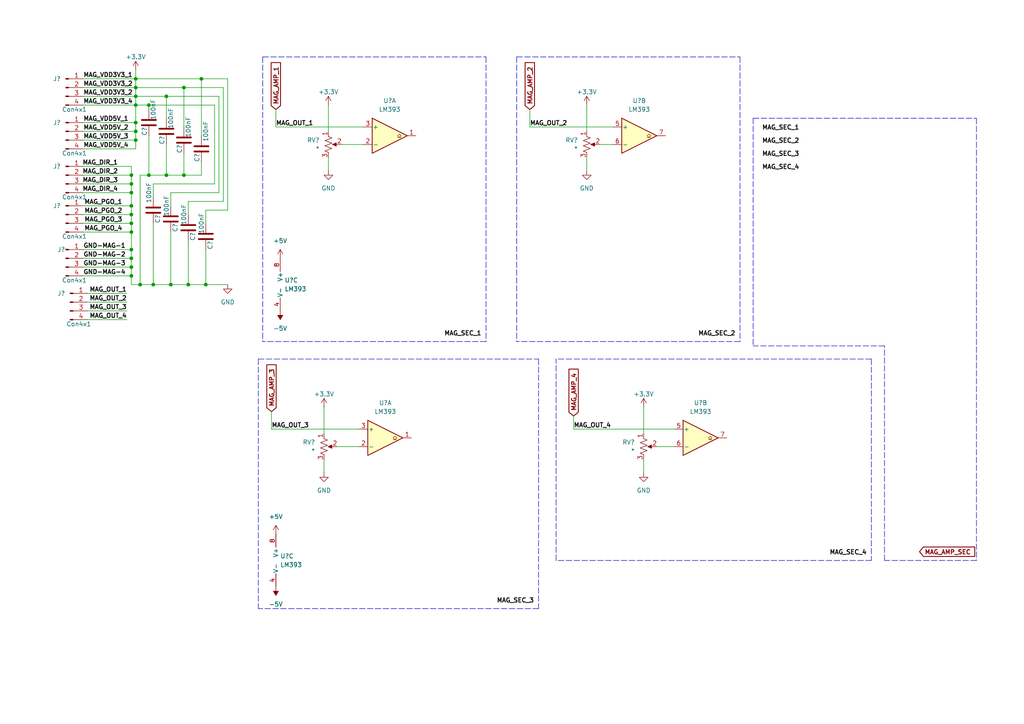
<source format=kicad_sch>
(kicad_sch (version 20211123) (generator eeschema)
  (paper "A4")
  (title_block (title "BUMBLEBEE") (date "2024-01-15") (rev "1.00") (company "ExoFlex") (comment 1 "Bumblebee"))
  (lib_symbols
    (symbol "Comparator:LM393" (pin_names (offset 0.127))
      (property "Reference" "U" (at 3.81 3.81 0))
      (property "Value" "LM393" (at 6.35 -3.81 0))
      (symbol "LM393_1_1"
        (polyline (pts (xy -5.08 5.08) (xy 5.08 0) (xy -5.08 -5.08) (xy -5.08 5.08)) (stroke (width 0.254)) (fill (type background)))
        (polyline (pts (xy 3.302 -0.508) (xy 2.794 -0.508) (xy 3.302 0) (xy 2.794 0.508) (xy 2.286 0) (xy 2.794 -0.508) (xy 2.286 -0.508)) (stroke (width 0.127)))
        (pin open_collector line (at 7.62 0 180) (length 2.54) (name "~") (number "1"))
        (pin input line (at -7.62 -2.54 0) (length 2.54) (name "-") (number "2"))
        (pin input line (at -7.62 2.54 0) (length 2.54) (name "+") (number "3"))
      )
      (symbol "LM393_2_1"
        (polyline (pts (xy -5.08 5.08) (xy 5.08 0) (xy -5.08 -5.08) (xy -5.08 5.08)) (stroke (width 0.254)) (fill (type background)))
        (polyline (pts (xy 3.302 -0.508) (xy 2.794 -0.508) (xy 3.302 0) (xy 2.794 0.508) (xy 2.286 0) (xy 2.794 -0.508) (xy 2.286 -0.508)) (stroke (width 0.127)))
        (pin input line (at -7.62 2.54 0) (length 2.54) (name "+") (number "5"))
        (pin input line (at -7.62 -2.54 0) (length 2.54) (name "-") (number "6"))
        (pin open_collector line (at 7.62 0 180) (length 2.54) (name "~") (number "7"))
      )
      (symbol "LM393_3_1"
        (pin power_in line (at -2.54 -7.62 90) (length 3.81) (name "V-") (number "4"))
        (pin power_in line (at -2.54 7.62 270) (length 3.81) (name "V+") (number "8"))
      )
    )
    (symbol "Connector:Conn_01x04_Male" (pin_names (offset 1.016) hide)
      (property "Reference" "J" (at 0 5.08 0))
      (property "Value" "Conn_01x04_Male" (at 0 -7.62 0))
      (symbol "Conn_01x04_Male_1_1"
        (polyline (pts (xy 1.27 -5.08) (xy 0.8636 -5.08)) (stroke (width 0.1524)))
        (polyline (pts (xy 1.27 -2.54) (xy 0.8636 -2.54)) (stroke (width 0.1524)))
        (polyline (pts (xy 1.27 0) (xy 0.8636 0)) (stroke (width 0.1524)))
        (polyline (pts (xy 1.27 2.54) (xy 0.8636 2.54)) (stroke (width 0.1524)))
        (rectangle (start 0.8636 -4.953) (end 0 -5.207) (stroke (width 0.1524)) (fill (type outline)))
        (rectangle (start 0.8636 -2.413) (end 0 -2.667) (stroke (width 0.1524)) (fill (type outline)))
        (rectangle (start 0.8636 0.127) (end 0 -0.127) (stroke (width 0.1524)) (fill (type outline)))
        (rectangle (start 0.8636 2.667) (end 0 2.413) (stroke (width 0.1524)) (fill (type outline)))
        (pin passive line (at 5.08 2.54 180) (length 3.81) (name "Pin_1") (number "1"))
        (pin passive line (at 5.08 0 180) (length 3.81) (name "Pin_2") (number "2"))
        (pin passive line (at 5.08 -2.54 180) (length 3.81) (name "Pin_3") (number "3"))
        (pin passive line (at 5.08 -5.08 180) (length 3.81) (name "Pin_4") (number "4"))
      )
    )
    (symbol "Device:C" (pin_numbers hide) (pin_names (offset 0.254))
      (property "Reference" "C" (at 0.635 2.54 0))
      (property "Value" "C" (at 0.635 -2.54 0))
      (symbol "C_0_1"
        (polyline (pts (xy -2.032 -0.762) (xy 2.032 -0.762)) (stroke (width 0.508)))
        (polyline (pts (xy -2.032 0.762) (xy 2.032 0.762)) (stroke (width 0.508)))
      )
      (symbol "C_1_1"
        (pin passive line (at 0 3.81 270) (length 2.794) (name "~") (number "1"))
        (pin passive line (at 0 -3.81 90) (length 2.794) (name "~") (number "2"))
      )
    )
    (symbol "Device:R_Potentiometer_US" (pin_names (offset 1.016) hide)
      (property "Reference" "RV" (at -4.445 0 90))
      (property "Value" "R_Potentiometer_US" (at -2.54 0 90))
      (symbol "R_Potentiometer_US_0_1"
        (polyline (pts (xy 0 -2.286) (xy 0 -2.54)))
        (polyline (pts (xy 0 2.54) (xy 0 2.286)))
        (polyline (pts (xy 2.54 0) (xy 1.524 0)))
        (polyline (pts (xy 1.143 0) (xy 2.286 0.508) (xy 2.286 -0.508) (xy 1.143 0)) (fill (type outline)))
        (polyline (pts (xy 0 -0.762) (xy 1.016 -1.143) (xy 0 -1.524) (xy -1.016 -1.905) (xy 0 -2.286)))
        (polyline (pts (xy 0 0.762) (xy 1.016 0.381) (xy 0 0) (xy -1.016 -0.381) (xy 0 -0.762)))
        (polyline (pts (xy 0 2.286) (xy 1.016 1.905) (xy 0 1.524) (xy -1.016 1.143) (xy 0 0.762)))
      )
      (symbol "R_Potentiometer_US_1_1"
        (pin passive line (at 0 3.81 270) (length 1.27) (name "1") (number "1"))
        (pin passive line (at 3.81 0 180) (length 1.27) (name "2") (number "2"))
        (pin passive line (at 0 -3.81 90) (length 1.27) (name "3") (number "3"))
      )
    )
    (symbol "power:+3.3V" (power) (pin_names (offset 0))
      (property "Value" "+3.3V" (at 0 3.556 0))
      (symbol "+3.3V_0_1"
        (polyline (pts (xy -0.762 1.27) (xy 0 2.54)))
        (polyline (pts (xy 0 0) (xy 0 2.54)))
        (polyline (pts (xy 0 2.54) (xy 0.762 1.27)))
      )
      (symbol "+3.3V_1_1"
        (pin power_in line (at 0 0 90) (length 0) hide (name "+3.3V") (number "1"))
      )
    )
    (symbol "power:+5V" (power) (pin_names (offset 0))
      (property "Value" "+5V" (at 0 3.556 0))
      (symbol "+5V_0_1"
        (polyline (pts (xy -0.762 1.27) (xy 0 2.54)))
        (polyline (pts (xy 0 0) (xy 0 2.54)))
        (polyline (pts (xy 0 2.54) (xy 0.762 1.27)))
      )
      (symbol "+5V_1_1"
        (pin power_in line (at 0 0 90) (length 0) hide (name "+5V") (number "1"))
      )
    )
    (symbol "power:-5V" (power) (pin_names (offset 0))
      (property "Value" "-5V" (at 0 3.81 0))
      (symbol "-5V_0_0"
        (pin power_in line (at 0 0 90) (length 0) hide (name "-5V") (number "1"))
      )
      (symbol "-5V_0_1"
        (polyline (pts (xy 0 0) (xy 0 1.27) (xy 0.762 1.27) (xy 0 2.54) (xy -0.762 1.27) (xy 0 1.27)) (fill (type outline)))
      )
    )
    (symbol "power:GND" (power) (pin_names (offset 0))
      (property "Value" "GND" (at 0 -3.81 0))
      (symbol "GND_0_1"
        (polyline (pts (xy 0 0) (xy 0 -1.27) (xy 1.27 -1.27) (xy 0 -2.54) (xy -1.27 -1.27) (xy 0 -1.27)))
      )
      (symbol "GND_1_1"
        (pin power_in line (at 0 0 270) (length 0) hide (name "GND") (number "1"))
      )
    )
  )
  (junction (at 38.1 74.93))
  (junction (at 53.34 50.8))
  (junction (at 38.1 59.69))
  (junction (at 38.1 50.8))
  (junction (at 54.61 82.55))
  (junction (at 39.37 27.94))
  (junction (at 43.18 50.8))
  (junction (at 38.1 77.47))
  (junction (at 38.1 53.34))
  (junction (at 44.45 82.55))
  (junction (at 39.37 38.1))
  (junction (at 39.37 22.86))
  (junction (at 38.1 62.23))
  (junction (at 38.1 80.01))
  (junction (at 39.37 25.4))
  (junction (at 48.26 50.8))
  (junction (at 38.1 64.77))
  (junction (at 48.26 27.94))
  (junction (at 43.18 30.48))
  (junction (at 38.1 55.88))
  (junction (at 39.37 35.56))
  (junction (at 39.37 30.48))
  (junction (at 38.1 72.39))
  (junction (at 58.42 22.86))
  (junction (at 53.34 25.4))
  (junction (at 59.69 82.55))
  (junction (at 39.37 40.64))
  (junction (at 38.1 67.31))
  (junction (at 40.64 82.55))
  (junction (at 49.53 82.55))
  (wire (pts (xy 44.45 82.55) (xy 49.53 82.55)))
  (wire (pts (xy 39.37 25.4) (xy 39.37 27.94)))
  (wire (pts (xy 39.37 22.86) (xy 58.42 22.86)))
  (wire (pts (xy 39.37 35.56) (xy 39.37 38.1)))
  (wire (pts (xy 53.34 25.4) (xy 64.77 25.4)))
  (wire (pts (xy 43.18 39.37) (xy 43.18 50.8)))
  (wire (pts (xy 38.1 80.01) (xy 38.1 82.55)))
  (wire (pts (xy 78.74 124.46) (xy 104.14 124.46)))
  (polyline (pts (xy 161.29 162.56) (xy 161.29 104.14)))
  (wire (pts (xy 170.18 30.48) (xy 170.18 38.1)))
  (polyline (pts (xy 74.93 104.14) (xy 156.21 104.14)))
  (wire (pts (xy 40.64 50.8) (xy 40.64 82.55)))
  (wire (pts (xy 53.34 25.4) (xy 53.34 36.83)))
  (wire (pts (xy 166.37 120.65) (xy 166.37 124.46)))
  (wire (pts (xy 24.13 67.31) (xy 38.1 67.31)))
  (wire (pts (xy 78.74 119.38) (xy 78.74 124.46)))
  (wire (pts (xy 104.14 129.54) (xy 97.79 129.54)))
  (polyline (pts (xy 214.63 16.51) (xy 214.63 99.06)))
  (wire (pts (xy 186.69 118.11) (xy 186.69 125.73)))
  (wire (pts (xy 39.37 38.1) (xy 39.37 40.64)))
  (wire (pts (xy 80.01 36.83) (xy 80.01 31.75)))
  (polyline (pts (xy 218.44 34.29) (xy 218.44 100.33)))
  (wire (pts (xy 58.42 50.8) (xy 53.34 50.8)))
  (polyline (pts (xy 214.63 99.06) (xy 149.86 99.06)))
  (wire (pts (xy 48.26 27.94) (xy 63.5 27.94)))
  (polyline (pts (xy 140.97 16.51) (xy 140.97 99.06)))
  (wire (pts (xy 63.5 27.94) (xy 63.5 55.88)))
  (polyline (pts (xy 156.21 104.14) (xy 156.21 176.53)))
  (wire (pts (xy 186.69 133.35) (xy 186.69 137.16)))
  (wire (pts (xy 25.4 90.17) (xy 36.83 90.17)))
  (wire (pts (xy 95.25 45.72) (xy 95.25 49.53)))
  (wire (pts (xy 59.69 82.55) (xy 66.04 82.55)))
  (wire (pts (xy 99.06 41.91) (xy 105.41 41.91)))
  (wire (pts (xy 66.04 60.96) (xy 66.04 22.86)))
  (wire (pts (xy 59.69 72.39) (xy 59.69 82.55)))
  (wire (pts (xy 24.13 48.26) (xy 38.1 48.26)))
  (wire (pts (xy 39.37 27.94) (xy 48.26 27.94)))
  (wire (pts (xy 53.34 44.45) (xy 53.34 50.8)))
  (wire (pts (xy 59.69 60.96) (xy 66.04 60.96)))
  (wire (pts (xy 93.98 133.35) (xy 93.98 137.16)))
  (polyline (pts (xy 256.54 100.33) (xy 218.44 100.33)))
  (wire (pts (xy 53.34 50.8) (xy 48.26 50.8)))
  (wire (pts (xy 58.42 22.86) (xy 58.42 39.37)))
  (wire (pts (xy 62.23 30.48) (xy 62.23 53.34)))
  (wire (pts (xy 24.13 50.8) (xy 38.1 50.8)))
  (polyline (pts (xy 256.54 162.56) (xy 256.54 100.33)))
  (wire (pts (xy 44.45 64.77) (xy 44.45 82.55)))
  (wire (pts (xy 170.18 45.72) (xy 170.18 49.53)))
  (wire (pts (xy 43.18 30.48) (xy 62.23 30.48)))
  (wire (pts (xy 64.77 25.4) (xy 64.77 58.42)))
  (wire (pts (xy 54.61 58.42) (xy 54.61 62.23)))
  (wire (pts (xy 25.4 92.71) (xy 36.83 92.71)))
  (polyline (pts (xy 156.21 176.53) (xy 74.93 176.53)))
  (wire (pts (xy 177.8 41.91) (xy 173.99 41.91)))
  (wire (pts (xy 49.53 55.88) (xy 49.53 59.69)))
  (wire (pts (xy 49.53 82.55) (xy 54.61 82.55)))
  (polyline (pts (xy 218.44 34.29) (xy 283.21 34.29)))
  (polyline (pts (xy 140.97 99.06) (xy 76.2 99.06)))
  (wire (pts (xy 62.23 53.34) (xy 44.45 53.34)))
  (wire (pts (xy 38.1 48.26) (xy 38.1 50.8)))
  (wire (pts (xy 40.64 82.55) (xy 44.45 82.55)))
  (wire (pts (xy 24.13 53.34) (xy 38.1 53.34)))
  (polyline (pts (xy 252.73 162.56) (xy 161.29 162.56)))
  (wire (pts (xy 43.18 30.48) (xy 43.18 31.75)))
  (wire (pts (xy 38.1 59.69) (xy 38.1 62.23)))
  (polyline (pts (xy 252.73 104.14) (xy 161.29 104.14)))
  (wire (pts (xy 38.1 50.8) (xy 38.1 53.34)))
  (wire (pts (xy 38.1 55.88) (xy 38.1 59.69)))
  (wire (pts (xy 54.61 82.55) (xy 59.69 82.55)))
  (wire (pts (xy 24.13 25.4) (xy 39.37 25.4)))
  (wire (pts (xy 39.37 30.48) (xy 39.37 35.56)))
  (polyline (pts (xy 76.2 16.51) (xy 76.2 99.06)))
  (wire (pts (xy 24.13 35.56) (xy 39.37 35.56)))
  (polyline (pts (xy 283.21 34.29) (xy 283.21 162.56)))
  (wire (pts (xy 24.13 43.18) (xy 39.37 43.18)))
  (wire (pts (xy 39.37 25.4) (xy 53.34 25.4)))
  (wire (pts (xy 63.5 55.88) (xy 49.53 55.88)))
  (wire (pts (xy 40.64 82.55) (xy 38.1 82.55)))
  (wire (pts (xy 24.13 74.93) (xy 38.1 74.93)))
  (polyline (pts (xy 283.21 162.56) (xy 256.54 162.56)))
  (wire (pts (xy 24.13 22.86) (xy 39.37 22.86)))
  (wire (pts (xy 39.37 22.86) (xy 39.37 25.4)))
  (wire (pts (xy 48.26 27.94) (xy 48.26 34.29)))
  (wire (pts (xy 24.13 77.47) (xy 38.1 77.47)))
  (wire (pts (xy 38.1 62.23) (xy 38.1 64.77)))
  (wire (pts (xy 80.01 36.83) (xy 105.41 36.83)))
  (wire (pts (xy 38.1 64.77) (xy 38.1 67.31)))
  (wire (pts (xy 38.1 53.34) (xy 38.1 55.88)))
  (polyline (pts (xy 149.86 16.51) (xy 214.63 16.51)))
  (wire (pts (xy 24.13 55.88) (xy 38.1 55.88)))
  (polyline (pts (xy 74.93 104.14) (xy 74.93 176.53)))
  (wire (pts (xy 38.1 72.39) (xy 38.1 74.93)))
  (wire (pts (xy 64.77 58.42) (xy 54.61 58.42)))
  (wire (pts (xy 195.58 129.54) (xy 190.5 129.54)))
  (wire (pts (xy 39.37 20.32) (xy 39.37 22.86)))
  (polyline (pts (xy 149.86 16.51) (xy 149.86 99.06)))
  (wire (pts (xy 166.37 124.46) (xy 195.58 124.46)))
  (wire (pts (xy 38.1 74.93) (xy 38.1 77.47)))
  (polyline (pts (xy 76.2 16.51) (xy 140.97 16.51)))
  (wire (pts (xy 39.37 30.48) (xy 43.18 30.48)))
  (wire (pts (xy 93.98 118.11) (xy 93.98 125.73)))
  (wire (pts (xy 24.13 27.94) (xy 39.37 27.94)))
  (wire (pts (xy 49.53 67.31) (xy 49.53 82.55)))
  (wire (pts (xy 48.26 50.8) (xy 43.18 50.8)))
  (wire (pts (xy 54.61 69.85) (xy 54.61 82.55)))
  (wire (pts (xy 44.45 53.34) (xy 44.45 57.15)))
  (wire (pts (xy 24.13 62.23) (xy 38.1 62.23)))
  (wire (pts (xy 58.42 46.99) (xy 58.42 50.8)))
  (wire (pts (xy 39.37 40.64) (xy 39.37 43.18)))
  (wire (pts (xy 95.25 30.48) (xy 95.25 38.1)))
  (wire (pts (xy 24.13 59.69) (xy 38.1 59.69)))
  (wire (pts (xy 24.13 72.39) (xy 38.1 72.39)))
  (wire (pts (xy 25.4 87.63) (xy 36.83 87.63)))
  (wire (pts (xy 24.13 38.1) (xy 39.37 38.1)))
  (wire (pts (xy 38.1 77.47) (xy 38.1 80.01)))
  (wire (pts (xy 153.67 36.83) (xy 177.8 36.83)))
  (wire (pts (xy 24.13 64.77) (xy 38.1 64.77)))
  (wire (pts (xy 24.13 30.48) (xy 39.37 30.48)))
  (wire (pts (xy 25.4 85.09) (xy 36.83 85.09)))
  (polyline (pts (xy 252.73 104.14) (xy 252.73 162.56)))
  (wire (pts (xy 24.13 40.64) (xy 39.37 40.64)))
  (wire (pts (xy 39.37 27.94) (xy 39.37 30.48)))
  (wire (pts (xy 24.13 80.01) (xy 38.1 80.01)))
  (wire (pts (xy 48.26 41.91) (xy 48.26 50.8)))
  (wire (pts (xy 59.69 64.77) (xy 59.69 60.96)))
  (wire (pts (xy 153.67 31.75) (xy 153.67 36.83)))
  (wire (pts (xy 66.04 22.86) (xy 58.42 22.86)))
  (wire (pts (xy 40.64 50.8) (xy 43.18 50.8)))
  (wire (pts (xy 38.1 67.31) (xy 38.1 72.39)))
  (text "Tension : 3,3V\nCourant : -\nConnecteur male 2,54, 3x1 et 4x1" (at 303.53 67.31 0) (effects (font (size 2.5 2.5) bold) (justify left bottom)))
  (label "MAG_DIR_2" (at 34.29 50.8 180) (effects (font bold)))
  (label "MAG_PGO_3" (at 35.56 64.77 180) (effects (font bold)))
  (label "MAG_SEC_1" (at 220.98 38.1 0) (effects (font bold)))
  (label "MAG_OUT_1" (at 80.01 36.83 0) (effects (font bold)))
  (label "MAG_SEC_3" (at 220.98 45.72 0) (effects (font bold)))
  (label "MAG_OUT_3" (at 36.83 90.17 180) (effects (font bold)))
  (label "GND-MAG-2" (at 24.13 74.93 0) (effects (font bold)))
  (label "MAG_SEC_2" (at 213.36 97.79 180) (effects (font bold)))
  (label "MAG_VDD3V3_2" (at 24.13 25.4 0) (effects (font bold)))
  (label "MAG_OUT_2" (at 36.83 87.63 180) (effects (font bold)))
  (label "MAG_SEC_4" (at 220.98 49.53 0) (effects (font bold)))
  (label "MAG_VDD5V_2" (at 24.13 38.1 0) (effects (font bold)))
  (label "MAG_PGO_4" (at 35.56 67.31 180) (effects (font bold)))
  (label "MAG_OUT_3" (at 78.74 124.46 0) (effects (font bold)))
  (label "MAG_VDD3V3_1" (at 24.13 22.86 0) (effects (font bold)))
  (label "MAG_VDD5V_4" (at 24.13 43.18 0) (effects (font bold)))
  (label "GND-MAG-3" (at 24.13 77.47 0) (effects (font bold)))
  (label "MAG_VDD3V3_2" (at 24.13 27.94 0) (effects (font bold)))
  (label "MAG_DIR_4" (at 34.29 55.88 180) (effects (font bold)))
  (label "MAG_PGO_2" (at 35.56 62.23 180) (effects (font bold)))
  (label "MAG_OUT_4" (at 36.83 92.71 180) (effects (font bold)))
  (label "GND-MAG-4" (at 24.13 80.01 0) (effects (font bold)))
  (label "MAG_VDD5V_1" (at 24.13 35.56 0) (effects (font bold)))
  (label "GND-MAG-1" (at 24.13 72.39 0) (effects (font bold)))
  (label "MAG_DIR_3" (at 34.29 53.34 180) (effects (font bold)))
  (label "MAG_VDD3V3_4" (at 24.13 30.48 0) (effects (font bold)))
  (label "MAG_SEC_1" (at 139.7 97.79 180) (effects (font bold)))
  (label "MAG_VDD5V_3" (at 24.13 40.64 0) (effects (font bold)))
  (label "MAG_SEC_2" (at 220.98 41.91 0) (effects (font bold)))
  (label "MAG_OUT_4" (at 166.37 124.46 0) (effects (font bold)))
  (label "MAG_OUT_1" (at 36.83 85.09 180) (effects (font bold)))
  (label "MAG_OUT_2" (at 153.67 36.83 0) (effects (font bold)))
  (label "MAG_DIR_1" (at 34.29 48.26 180) (effects (font bold)))
  (label "MAG_PGO_1" (at 35.56 59.69 180) (effects (font bold)))
  (label "MAG_SEC_4" (at 251.46 161.29 180) (effects (font bold)))
  (label "MAG_SEC_3" (at 154.94 175.26 180) (effects (font bold)))
  (global_label "MAG_AMP_2" (shape input) (at 153.67 31.75 90) (effects (font bold)) (property "Intersheet References" "${INTERSHEET_REFS}" (effects hide)))
  (global_label "MAG_AMP_4" (shape input) (at 166.37 120.65 90) (effects (font bold)) (property "Intersheet References" "${INTERSHEET_REFS}" (effects hide)))
  (global_label "MAG_AMP_1" (shape input) (at 80.01 31.75 90) (effects (font bold)) (property "Intersheet References" "${INTERSHEET_REFS}" (effects hide)))
  (global_label "MAG_AMP_3" (shape input) (at 78.74 119.38 90) (effects (font bold)) (property "Intersheet References" "${INTERSHEET_REFS}" (effects hide)))
  (global_label "MAG_AMP_SEC" (shape input) (at 266.7 160.02 0) (effects (font bold)) (property "Intersheet References" "${INTERSHEET_REFS}" (effects hide)))
  (symbol (lib_id "Comparator:LM393") (at 185.42 39.37 0) (unit 2)
    (property "Reference" "U?" (at 185.42 29.21 0))
    (property "Value" "LM393" (at 185.42 31.75 0))
    (property "Datasheet" "http://www.ti.com/lit/ds/symlink/lm393.pdf" (effects hide))
  )
  (symbol (lib_id "Comparator:LM393") (at 111.76 127 0) (unit 1)
    (property "Reference" "U?" (at 111.76 116.84 0))
    (property "Value" "LM393" (at 111.76 119.38 0))
    (property "Datasheet" "http://www.ti.com/lit/ds/symlink/lm393.pdf" (effects hide))
  )
  (symbol (lib_id "power:GND") (at 95.25 49.53 0) (unit 1)
    (property "Reference" "#PWR?" (effects hide))
    (property "Value" "GND" (at 95.25 54.61 0))
  )
  (symbol (lib_id "power:GND") (at 93.98 137.16 0) (unit 1)
    (property "Reference" "#PWR?" (effects hide))
    (property "Value" "GND" (at 93.98 142.24 0))
  )
  (symbol (lib_id "power:GND") (at 170.18 49.53 0) (unit 1)
    (property "Reference" "#PWR?" (effects hide))
    (property "Value" "GND" (at 170.18 54.61 0))
  )
  (symbol (lib_id "Connector:Conn_01x04_Male") (at 19.05 25.4 0) (unit 1)
    (property "Reference" "J?" (at 16.51 22.86 0))
    (property "Value" "Con4x1" (at 21.59 31.75 0))
    (property "Footprint" "Connector_PinSocket_2.54mm:PinSocket_1x04_P2.54mm_Vertical" (effects hide))
  )
  (symbol (lib_id "Comparator:LM393") (at 203.2 127 0) (unit 2)
    (property "Reference" "U?" (at 203.2 116.84 0))
    (property "Value" "LM393" (at 203.2 119.38 0))
    (property "Datasheet" "http://www.ti.com/lit/ds/symlink/lm393.pdf" (effects hide))
  )
  (symbol (lib_id "power:+3.3V") (at 39.37 20.32 0) (unit 1)
    (property "Reference" "#PWR?" (effects hide))
    (property "Value" "+3.3V" (at 39.37 16.51 0))
  )
  (symbol (lib_id "power:-5V") (at 80.01 170.18 180) (unit 1)
    (property "Reference" "#PWR?" (effects hide))
    (property "Value" "-5V" (at 80.01 175.26 0))
  )
  (symbol (lib_id "Device:C") (at 49.53 63.5 0) (mirror x) (unit 1)
    (property "Reference" "C?" (at 50.8 66.04 90))
    (property "Value" "100nF" (at 48.26 59.69 90))
  )
  (symbol (lib_id "Device:R_Potentiometer_US") (at 170.18 41.91 0) (unit 1)
    (property "Reference" "RV?" (at 167.64 40.6399 0) (effects (justify right)))
    (property "Value" "*" (at 167.64 43.1799 0) (effects (justify right)))
  )
  (symbol (lib_id "power:+5V") (at 81.28 74.93 0) (unit 1)
    (property "Reference" "#PWR?" (effects hide))
    (property "Value" "+5V" (at 81.28 69.85 0))
  )
  (symbol (lib_id "Connector:Conn_01x04_Male") (at 19.05 74.93 0) (unit 1)
    (property "Reference" "J?" (at 17.78 72.39 0))
    (property "Value" "Con4x1" (at 21.59 81.28 0))
    (property "Footprint" "Connector_PinSocket_2.54mm:PinSocket_1x04_P2.54mm_Vertical" (effects hide))
  )
  (symbol (lib_id "Device:C") (at 58.42 43.18 0) (unit 1)
    (property "Reference" "C?" (at 57.15 45.72 90))
    (property "Value" "100nF" (at 59.69 38.1 90))
  )
  (symbol (lib_id "Device:C") (at 59.69 68.58 0) (mirror x) (unit 1)
    (property "Reference" "C?" (at 60.96 71.12 90))
    (property "Value" "100nF" (at 58.42 64.77 90))
  )
  (symbol (lib_id "Connector:Conn_01x04_Male") (at 19.05 50.8 0) (unit 1)
    (property "Reference" "J?" (at 16.51 48.26 0))
    (property "Value" "Con4x1" (at 21.59 57.15 0))
    (property "Footprint" "Connector_PinSocket_2.54mm:PinSocket_1x04_P2.54mm_Vertical" (effects hide))
  )
  (symbol (lib_id "Device:C") (at 53.34 40.64 180) (unit 1)
    (property "Reference" "C?" (at 52.07 43.18 90))
    (property "Value" "100nF" (at 54.61 36.83 90))
  )
  (symbol (lib_id "Device:C") (at 48.26 38.1 180) (unit 1)
    (property "Reference" "C?" (at 46.99 40.64 90))
    (property "Value" "100nF" (at 49.53 34.29 90))
  )
  (symbol (lib_id "Connector:Conn_01x04_Male") (at 19.05 38.1 0) (unit 1)
    (property "Reference" "J?" (at 16.51 35.56 0))
    (property "Value" "Con4x1" (at 21.59 44.45 0))
    (property "Footprint" "Connector_PinSocket_2.54mm:PinSocket_1x04_P2.54mm_Vertical" (effects hide))
  )
  (symbol (lib_id "Device:R_Potentiometer_US") (at 186.69 129.54 0) (unit 1)
    (property "Reference" "RV?" (at 184.15 128.2699 0) (effects (justify right)))
    (property "Value" "*" (at 184.15 130.8099 0) (effects (justify right)))
  )
  (symbol (lib_id "power:+3.3V") (at 170.18 30.48 0) (unit 1)
    (property "Reference" "#PWR?" (effects hide))
    (property "Value" "+3.3V" (at 170.18 26.67 0))
  )
  (symbol (lib_id "Comparator:LM393") (at 113.03 39.37 0) (unit 1)
    (property "Reference" "U?" (at 113.03 29.21 0))
    (property "Value" "LM393" (at 113.03 31.75 0))
    (property "Datasheet" "http://www.ti.com/lit/ds/symlink/lm393.pdf" (effects hide))
  )
  (symbol (lib_id "Connector:Conn_01x04_Male") (at 20.32 87.63 0) (unit 1)
    (property "Reference" "J?" (at 17.78 85.09 0))
    (property "Value" "Con4x1" (at 22.86 93.98 0))
    (property "Footprint" "Connector_PinSocket_2.54mm:PinSocket_1x04_P2.54mm_Vertical" (effects hide))
  )
  (symbol (lib_id "power:GND") (at 66.04 82.55 0) (unit 1)
    (property "Reference" "#PWR?" (effects hide))
    (property "Value" "GND" (at 66.04 87.63 0))
  )
  (symbol (lib_id "Device:R_Potentiometer_US") (at 93.98 129.54 0) (unit 1)
    (property "Reference" "RV?" (at 91.44 128.2699 0) (effects (justify right)))
    (property "Value" "*" (at 91.44 130.8099 0) (effects (justify right)))
  )
  (symbol (lib_id "power:GND") (at 186.69 137.16 0) (unit 1)
    (property "Reference" "#PWR?" (effects hide))
    (property "Value" "GND" (at 186.69 142.24 0))
  )
  (symbol (lib_id "Comparator:LM393") (at 82.55 162.56 0) (unit 3)
    (property "Reference" "U?" (at 81.28 161.2899 0) (effects (justify left)))
    (property "Value" "LM393" (at 81.28 163.8299 0) (effects (justify left)))
    (property "Datasheet" "http://www.ti.com/lit/ds/symlink/lm393.pdf" (effects hide))
  )
  (symbol (lib_id "power:+3.3V") (at 93.98 118.11 0) (unit 1)
    (property "Reference" "#PWR?" (effects hide))
    (property "Value" "+3.3V" (at 93.98 114.3 0))
  )
  (symbol (lib_id "power:+3.3V") (at 95.25 30.48 0) (unit 1)
    (property "Reference" "#PWR?" (effects hide))
    (property "Value" "+3.3V" (at 95.25 26.67 0))
  )
  (symbol (lib_id "power:-5V") (at 81.28 90.17 180) (unit 1)
    (property "Reference" "#PWR?" (effects hide))
    (property "Value" "-5V" (at 81.28 95.25 0))
  )
  (symbol (lib_id "power:+5V") (at 80.01 154.94 0) (unit 1)
    (property "Reference" "#PWR?" (effects hide))
    (property "Value" "+5V" (at 80.01 149.86 0))
  )
  (symbol (lib_id "power:+3.3V") (at 186.69 118.11 0) (unit 1)
    (property "Reference" "#PWR?" (effects hide))
    (property "Value" "+3.3V" (at 186.69 114.3 0))
  )
  (symbol (lib_id "Device:C") (at 44.45 60.96 0) (mirror y) (unit 1)
    (property "Reference" "C?" (at 45.72 63.5 90))
    (property "Value" "100nF" (at 43.18 55.88 90))
  )
  (symbol (lib_id "Connector:Conn_01x04_Male") (at 19.05 62.23 0) (unit 1)
    (property "Reference" "J?" (at 16.51 59.69 0))
    (property "Value" "Con4x1" (at 21.59 68.58 0))
    (property "Footprint" "Connector_PinSocket_2.54mm:PinSocket_1x04_P2.54mm_Vertical" (effects hide))
  )
  (symbol (lib_id "Device:R_Potentiometer_US") (at 95.25 41.91 0) (unit 1)
    (property "Reference" "RV?" (at 92.71 40.6399 0) (effects (justify right)))
    (property "Value" "*" (at 92.71 43.1799 0) (effects (justify right)))
  )
  (symbol (lib_id "Comparator:LM393") (at 83.82 82.55 0) (unit 3)
    (property "Reference" "U?" (at 82.55 81.2799 0) (effects (justify left)))
    (property "Value" "LM393" (at 82.55 83.8199 0) (effects (justify left)))
    (property "Datasheet" "http://www.ti.com/lit/ds/symlink/lm393.pdf" (effects hide))
  )
  (symbol (lib_id "Device:C") (at 43.18 35.56 180) (unit 1)
    (property "Reference" "C?" (at 41.91 38.1 90))
    (property "Value" "100nF" (at 44.45 31.75 90))
  )
  (symbol (lib_id "Device:C") (at 54.61 66.04 0) (mirror x) (unit 1)
    (property "Reference" "C?" (at 55.88 68.58 90))
    (property "Value" "100nF" (at 53.34 62.23 90))
  )
)
</source>
